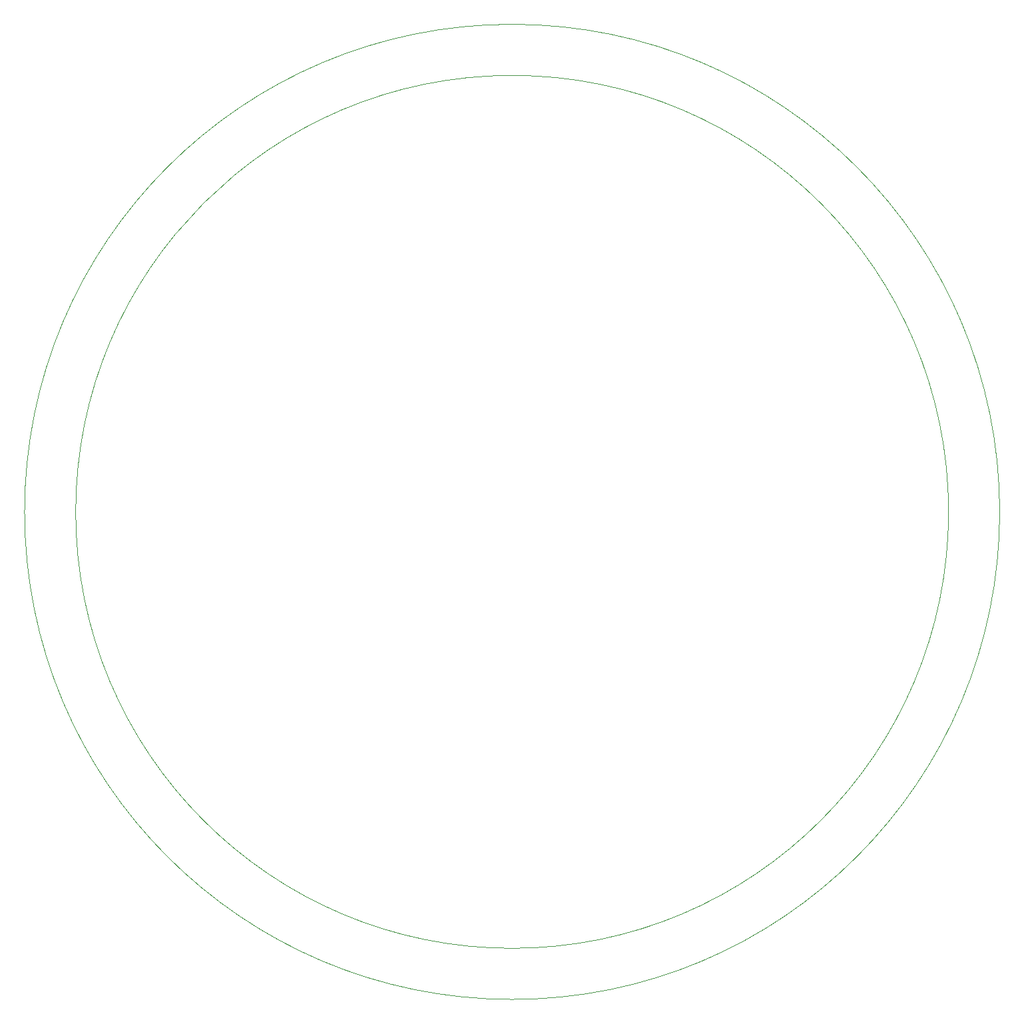
<source format=gm1>
G04 #@! TF.GenerationSoftware,KiCad,Pcbnew,8.0.4*
G04 #@! TF.CreationDate,2024-11-19T03:08:21+11:00*
G04 #@! TF.ProjectId,RCS_WS2812B_Ring,5243535f-5753-4323-9831-32425f52696e,rev?*
G04 #@! TF.SameCoordinates,Original*
G04 #@! TF.FileFunction,Profile,NP*
%FSLAX46Y46*%
G04 Gerber Fmt 4.6, Leading zero omitted, Abs format (unit mm)*
G04 Created by KiCad (PCBNEW 8.0.4) date 2024-11-19 03:08:21*
%MOMM*%
%LPD*%
G01*
G04 APERTURE LIST*
G04 #@! TA.AperFunction,Profile*
%ADD10C,0.050000*%
G04 #@! TD*
G04 APERTURE END LIST*
D10*
X55500000Y0D02*
G75*
G02*
X-55500000Y0I-55500000J0D01*
G01*
X-55500000Y0D02*
G75*
G02*
X55500000Y0I55500000J0D01*
G01*
X62000000Y0D02*
G75*
G02*
X-62000000Y0I-62000000J0D01*
G01*
X-62000000Y0D02*
G75*
G02*
X62000000Y0I62000000J0D01*
G01*
M02*

</source>
